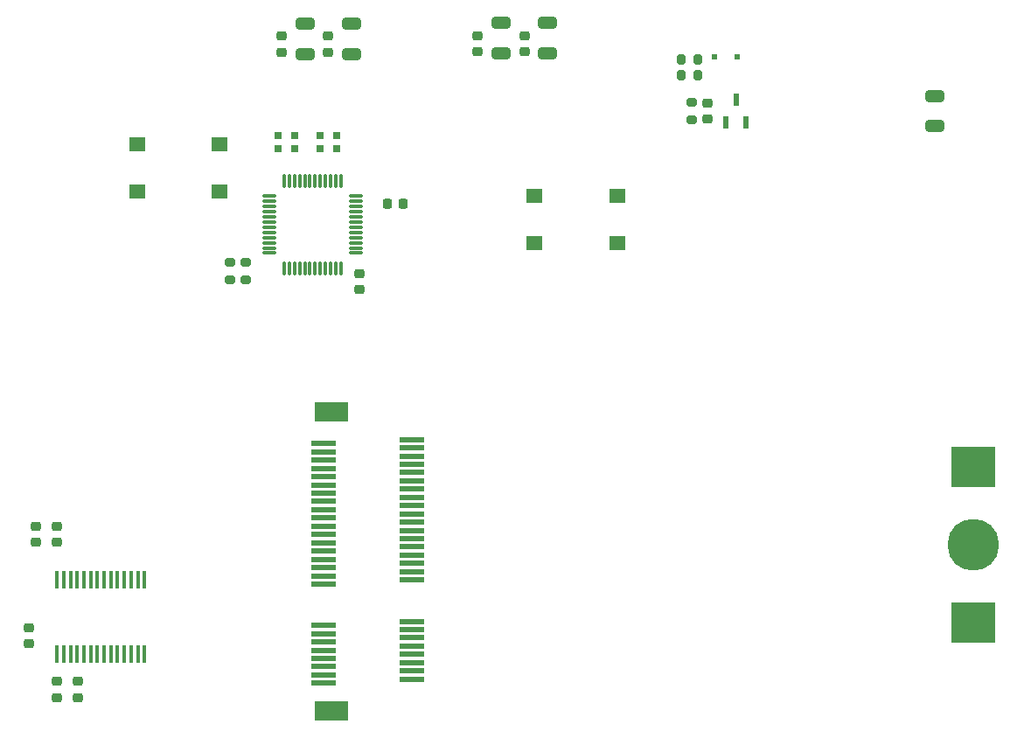
<source format=gbp>
G04 #@! TF.GenerationSoftware,KiCad,Pcbnew,(6.99.0-5015-g618347ef50)*
G04 #@! TF.CreationDate,2023-01-08T20:33:57+01:00*
G04 #@! TF.ProjectId,TinyLlama,54696e79-4c6c-4616-9d61-2e6b69636164,2.1*
G04 #@! TF.SameCoordinates,Original*
G04 #@! TF.FileFunction,Paste,Bot*
G04 #@! TF.FilePolarity,Positive*
%FSLAX46Y46*%
G04 Gerber Fmt 4.6, Leading zero omitted, Abs format (unit mm)*
G04 Created by KiCad (PCBNEW (6.99.0-5015-g618347ef50)) date 2023-01-08 20:33:57*
%MOMM*%
%LPD*%
G01*
G04 APERTURE LIST*
G04 Aperture macros list*
%AMRoundRect*
0 Rectangle with rounded corners*
0 $1 Rounding radius*
0 $2 $3 $4 $5 $6 $7 $8 $9 X,Y pos of 4 corners*
0 Add a 4 corners polygon primitive as box body*
4,1,4,$2,$3,$4,$5,$6,$7,$8,$9,$2,$3,0*
0 Add four circle primitives for the rounded corners*
1,1,$1+$1,$2,$3*
1,1,$1+$1,$4,$5*
1,1,$1+$1,$6,$7*
1,1,$1+$1,$8,$9*
0 Add four rect primitives between the rounded corners*
20,1,$1+$1,$2,$3,$4,$5,0*
20,1,$1+$1,$4,$5,$6,$7,0*
20,1,$1+$1,$6,$7,$8,$9,0*
20,1,$1+$1,$8,$9,$2,$3,0*%
G04 Aperture macros list end*
%ADD10RoundRect,0.218750X-0.256250X0.218750X-0.256250X-0.218750X0.256250X-0.218750X0.256250X0.218750X0*%
%ADD11R,0.700000X0.700000*%
%ADD12RoundRect,0.225000X0.250000X-0.225000X0.250000X0.225000X-0.250000X0.225000X-0.250000X-0.225000X0*%
%ADD13R,0.500000X0.500000*%
%ADD14RoundRect,0.200000X-0.275000X0.200000X-0.275000X-0.200000X0.275000X-0.200000X0.275000X0.200000X0*%
%ADD15RoundRect,0.225000X-0.250000X0.225000X-0.250000X-0.225000X0.250000X-0.225000X0.250000X0.225000X0*%
%ADD16RoundRect,0.250000X-0.650000X0.325000X-0.650000X-0.325000X0.650000X-0.325000X0.650000X0.325000X0*%
%ADD17R,0.450000X1.750000*%
%ADD18RoundRect,0.250000X0.650000X-0.325000X0.650000X0.325000X-0.650000X0.325000X-0.650000X-0.325000X0*%
%ADD19RoundRect,0.225000X0.225000X0.250000X-0.225000X0.250000X-0.225000X-0.250000X0.225000X-0.250000X0*%
%ADD20RoundRect,0.200000X0.200000X0.275000X-0.200000X0.275000X-0.200000X-0.275000X0.200000X-0.275000X0*%
%ADD21R,0.600000X1.200000*%
%ADD22R,1.600000X1.400000*%
%ADD23O,0.300000X1.400000*%
%ADD24O,1.400000X0.300000*%
%ADD25R,2.400000X0.600000*%
%ADD26R,3.200000X1.900000*%
%ADD27R,4.200000X3.900000*%
%ADD28C,5.000000*%
G04 APERTURE END LIST*
D10*
X55500000Y-29212500D03*
X55500000Y-30787500D03*
D11*
X50699999Y-40149999D03*
X52299999Y-40149999D03*
X52299999Y-38849999D03*
X50699999Y-38849999D03*
D10*
X69999994Y-29174001D03*
X69999994Y-30749001D03*
D12*
X27250000Y-78274995D03*
X27250000Y-76724995D03*
D13*
X92899999Y-31249999D03*
X95099999Y-31249999D03*
D14*
X46000000Y-51175000D03*
X46000000Y-52825000D03*
D15*
X31250000Y-91725000D03*
X31250000Y-93275000D03*
D16*
X114250000Y-35025000D03*
X114250000Y-37975000D03*
D17*
X29274999Y-81899999D03*
X29924999Y-81899999D03*
X30574999Y-81899999D03*
X31224999Y-81899999D03*
X31874999Y-81899999D03*
X32524999Y-81899999D03*
X33174999Y-81899999D03*
X33824999Y-81899999D03*
X34474999Y-81899999D03*
X35124999Y-81899999D03*
X35774999Y-81899999D03*
X36424999Y-81899999D03*
X37074999Y-81899999D03*
X37724999Y-81899999D03*
X37724999Y-89099999D03*
X37074999Y-89099999D03*
X36424999Y-89099999D03*
X35774999Y-89099999D03*
X35124999Y-89099999D03*
X34474999Y-89099999D03*
X33824999Y-89099999D03*
X33174999Y-89099999D03*
X32524999Y-89099999D03*
X31874999Y-89099999D03*
X31224999Y-89099999D03*
X30574999Y-89099999D03*
X29924999Y-89099999D03*
X29274999Y-89099999D03*
D18*
X57750000Y-30975000D03*
X57750000Y-28025000D03*
D19*
X62775000Y-45500000D03*
X61225000Y-45500000D03*
D10*
X74499994Y-29174001D03*
X74499994Y-30749001D03*
D20*
X91325000Y-33000000D03*
X89675000Y-33000000D03*
D21*
X95949999Y-37599999D03*
X94049999Y-37599999D03*
X94999999Y-35399999D03*
D14*
X90750000Y-35675000D03*
X90750000Y-37325000D03*
D22*
X44999999Y-44249999D03*
X36999999Y-44249999D03*
X44999999Y-39749999D03*
X36999999Y-39749999D03*
D23*
X56749999Y-51699999D03*
X56249999Y-51699999D03*
X55749999Y-51699999D03*
X55249999Y-51699999D03*
X54749999Y-51699999D03*
X54249999Y-51699999D03*
X53749999Y-51699999D03*
X53249999Y-51699999D03*
X52749999Y-51699999D03*
X52249999Y-51699999D03*
X51749999Y-51699999D03*
X51249999Y-51699999D03*
D24*
X49799999Y-50249999D03*
X49799999Y-49749999D03*
X49799999Y-49249999D03*
X49799999Y-48749999D03*
X49799999Y-48249999D03*
X49799999Y-47749999D03*
X49799999Y-47249999D03*
X49799999Y-46749999D03*
X49799999Y-46249999D03*
X49799999Y-45749999D03*
X49799999Y-45249999D03*
X49799999Y-44749999D03*
D23*
X51249999Y-43299999D03*
X51749999Y-43299999D03*
X52249999Y-43299999D03*
X52749999Y-43299999D03*
X53249999Y-43299999D03*
X53749999Y-43299999D03*
X54249999Y-43299999D03*
X54749999Y-43299999D03*
X55249999Y-43299999D03*
X55749999Y-43299999D03*
X56249999Y-43299999D03*
X56749999Y-43299999D03*
D24*
X58199999Y-44749999D03*
X58199999Y-45249999D03*
X58199999Y-45749999D03*
X58199999Y-46249999D03*
X58199999Y-46749999D03*
X58199999Y-47249999D03*
X58199999Y-47749999D03*
X58199999Y-48249999D03*
X58199999Y-48749999D03*
X58199999Y-49249999D03*
X58199999Y-49749999D03*
X58199999Y-50249999D03*
D25*
X55030499Y-91899999D03*
X63630499Y-91499999D03*
X55030499Y-91099999D03*
X63630499Y-90699999D03*
X55030499Y-90299999D03*
X63630499Y-89899999D03*
X55030499Y-89499999D03*
X63630499Y-89099999D03*
X55030499Y-88699999D03*
X63630499Y-88299999D03*
X55030499Y-87899999D03*
X63630499Y-87499999D03*
X55030499Y-87099999D03*
X63630499Y-86699999D03*
X55030499Y-86299999D03*
X63630499Y-85899999D03*
X55030499Y-82299999D03*
X63630499Y-81899999D03*
X55030499Y-81499999D03*
X63630499Y-81099999D03*
X55030499Y-80699999D03*
X63630499Y-80299999D03*
X55030499Y-79899999D03*
X63630499Y-79499999D03*
X55030499Y-79099999D03*
X63630499Y-78699999D03*
X55030499Y-78299999D03*
X63630499Y-77899999D03*
X55030499Y-77499999D03*
X63630499Y-77099999D03*
X55030499Y-76699999D03*
X63630499Y-76299999D03*
X55030499Y-75899999D03*
X63630499Y-75499999D03*
X55030499Y-75099999D03*
X63630499Y-74699999D03*
X55030499Y-74299999D03*
X63630499Y-73899999D03*
X55030499Y-73499999D03*
X63630499Y-73099999D03*
X55030499Y-72699999D03*
X63630499Y-72299999D03*
X55030499Y-71899999D03*
X63630499Y-71499999D03*
X55030499Y-71099999D03*
X63630499Y-70699999D03*
X55030499Y-70299999D03*
X63630499Y-69899999D03*
X55030499Y-69499999D03*
X63630499Y-69099999D03*
X55030499Y-68699999D03*
X63630499Y-68299999D03*
D26*
X55830499Y-94549999D03*
X55830499Y-65649999D03*
D27*
X117999999Y-86049999D03*
X117999999Y-70949999D03*
D28*
X118000000Y-78500000D03*
D20*
X91325000Y-31500000D03*
X89675000Y-31500000D03*
D15*
X29250000Y-76725000D03*
X29250000Y-78275000D03*
D18*
X53250000Y-30975000D03*
X53250000Y-28025000D03*
D12*
X26575000Y-88050000D03*
X26575000Y-86500000D03*
D10*
X51000000Y-29212500D03*
X51000000Y-30787500D03*
D15*
X92250000Y-35725000D03*
X92250000Y-37275000D03*
X29250000Y-91725000D03*
X29250000Y-93275000D03*
D14*
X47500000Y-51175000D03*
X47500000Y-52825000D03*
D22*
X75499999Y-44749999D03*
X83499999Y-44749999D03*
X75499999Y-49249999D03*
X83499999Y-49249999D03*
D18*
X72249994Y-30936501D03*
X72249994Y-27986501D03*
D11*
X54699999Y-40149999D03*
X56299999Y-40149999D03*
X56299999Y-38849999D03*
X54699999Y-38849999D03*
D12*
X58500000Y-53775000D03*
X58500000Y-52225000D03*
D18*
X76749994Y-30936501D03*
X76749994Y-27986501D03*
M02*

</source>
